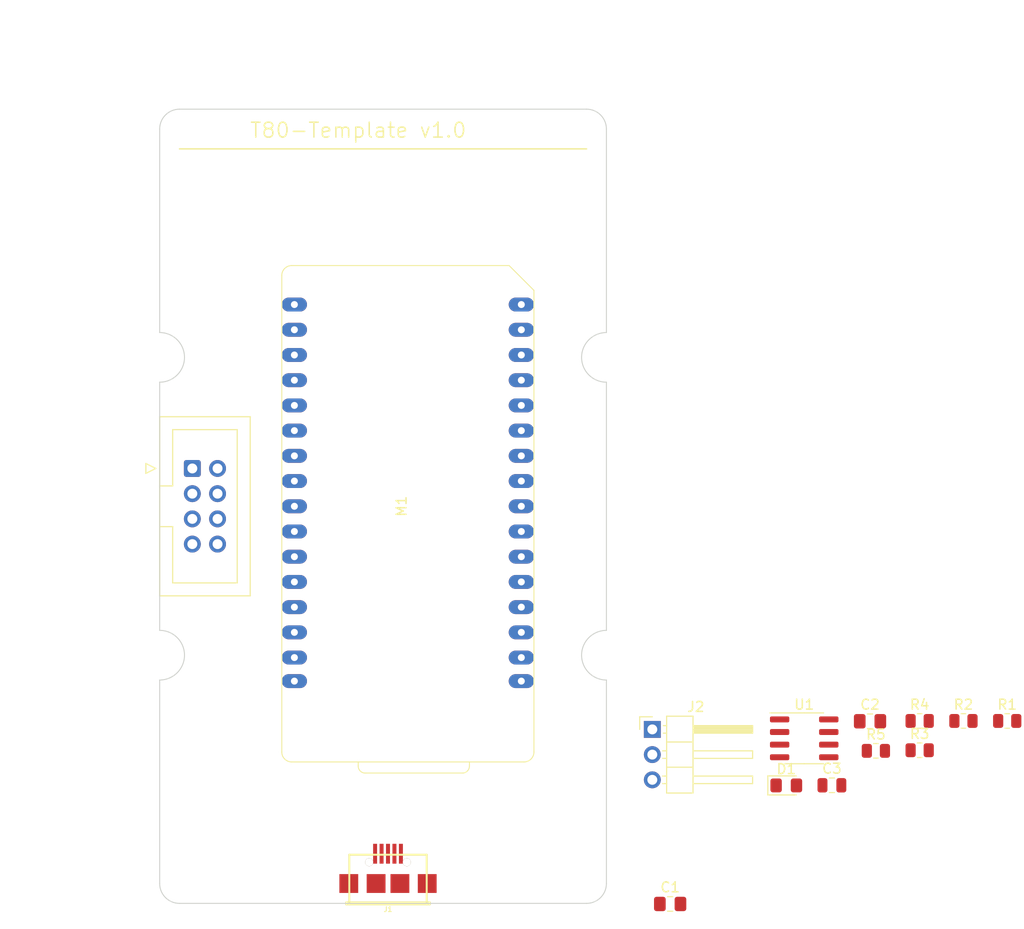
<source format=kicad_pcb>
(kicad_pcb (version 20220914) (generator pcbnew)
  (layers (0 "F.Cu" signal) (31 "B.Cu" signal) (34 "B.Paste" user) (35 "F.Paste" user) (36 "B.SilkS" user "B.Silkscreen") (37 "F.SilkS" user "F.Silkscreen") (38 "B.Mask" user) (39 "F.Mask" user) (44 "Edge.Cuts" user))
  (net 0 "")
  (net 1 "Net-(J1-VBUS)")
  (net 2 "Net-(U1-V3)")
  (net 3 "+3V3")
  (net 4 "GND")
  (net 5 "/RST")
  (net 6 "Net-(D1-K)")
  (net 7 "+5V")
  (net 8 "Net-(J1-D-)")
  (net 9 "Net-(J1-D+)")
  (net 11 "/MY_TXD")
  (net 12 "/MY_RXD")
  (net 26 "/SCL")
  (net 27 "/SDA")
  (net 28 "/IRQ")
  (footprint "LED_SMD:LED_0805_2012Metric_Pad1.15x1.40mm_HandSolder" (layer "F.Cu") (at 148.12 128.12)
    (fp_text reference "D1" (at 0 -1.65) (layer "F.SilkS"))
    (fp_text value "RED")
    (fp_line (start -1.86 -0.96) (end -1.86 0.96) (stroke (width 0.12)) (layer "F.SilkS"))
    (fp_line (start -1.86 0.96) (end 1 0.96) (stroke (width 0.12)) (layer "F.SilkS"))
    (fp_line (start 1 -0.96) (end -1.86 -0.96) (stroke (width 0.12)) (layer "F.SilkS"))
    (pad "1" smd roundrect (at -1.025 0) (size 1.15 1.4) (layers "F.Cu" "F.Paste" "F.Mask") (roundrect_rratio 0.217391) (net 6 "Net-(D1-K)"))
    (pad "2" smd roundrect (at 1.025 0) (size 1.15 1.4) (layers "F.Cu" "F.Paste" "F.Mask") (roundrect_rratio 0.217391) (net 3 "+3V3"))
  )
  (footprint "Capacitor_SMD:C_0805_2012Metric_Pad1.18x1.45mm_HandSolder" (layer "F.Cu") (at 136.42161 140.06)
    (fp_text reference "C1" (at 0 -1.68) (layer "F.SilkS"))
    (fp_text value "100n")
    (fp_line (start -0.261252 -0.735) (end 0.261252 -0.735) (stroke (width 0.12)) (layer "F.SilkS"))
    (fp_line (start -0.261252 0.735) (end 0.261252 0.735) (stroke (width 0.12)) (layer "F.SilkS"))
    (pad "1" smd roundrect (at -1.0375 0) (size 1.175 1.45) (layers "F.Cu" "F.Paste" "F.Mask") (roundrect_rratio 0.212766) (net 1 "Net-(J1-VBUS)"))
    (pad "2" smd roundrect (at 1.0375 0) (size 1.175 1.45) (layers "F.Cu" "F.Paste" "F.Mask") (roundrect_rratio 0.212766) (net 4 "GND"))
  )
  (footprint "Resistor_SMD:R_0805_2012Metric" (layer "F.Cu") (at 157.145 124.635)
    (fp_text reference "R5" (at 0 -1.65) (layer "F.SilkS"))
    (fp_text value "270R")
    (fp_line (start -0.227064 -0.735) (end 0.227064 -0.735) (stroke (width 0.12)) (layer "F.SilkS"))
    (fp_line (start -0.227064 0.735) (end 0.227064 0.735) (stroke (width 0.12)) (layer "F.SilkS"))
    (pad "1" smd roundrect (at -0.9125 0) (size 1.025 1.4) (layers "F.Cu" "F.Paste" "F.Mask") (roundrect_rratio 0.243902) (net 28 "/IRQ"))
    (pad "2" smd roundrect (at 0.9125 0) (size 1.025 1.4) (layers "F.Cu" "F.Paste" "F.Mask") (roundrect_rratio 0.243902) (net 6 "Net-(D1-K)"))
  )
  (footprint "Connector_IDC:IDC-Header_2x04_P2.54mm_Vertical" (layer "F.Cu") (at 88.29 96.19)
    (fp_text reference "X1" hide)
    (fp_text value "~")
    (fp_line (start -4.68 -0.5) (end -4.68 0.5) (stroke (width 0.12)) (layer "F.SilkS"))
    (fp_line (start -4.68 0.5) (end -3.68 0) (stroke (width 0.12)) (layer "F.SilkS"))
    (fp_line (start -3.68 0) (end -4.68 -0.5) (stroke (width 0.12)) (layer "F.SilkS"))
    (fp_line (start -3.29 -5.21) (end 5.83 -5.21) (stroke (width 0.12)) (layer "F.SilkS"))
    (fp_line (start -3.29 1.76) (end -1.98 1.76) (stroke (width 0.12)) (layer "F.SilkS"))
    (fp_line (start -3.29 12.83) (end -3.29 -5.21) (stroke (width 0.12)) (layer "F.SilkS"))
    (fp_line (start -1.98 -3.91) (end 4.52 -3.91) (stroke (width 0.12)) (layer "F.SilkS"))
    (fp_line (start -1.98 1.76) (end -1.98 -3.91) (stroke (width 0.12)) (layer "F.SilkS"))
    (fp_line (start -1.98 5.86) (end -3.29 5.86) (stroke (width 0.12)) (layer "F.SilkS"))
    (fp_line (start -1.98 5.86) (end -1.98 5.86) (stroke (width 0.12)) (layer "F.SilkS"))
    (fp_line (start -1.98 11.53) (end -1.98 5.86) (stroke (width 0.12)) (layer "F.SilkS"))
    (fp_line (start 4.52 -3.91) (end 4.52 11.53) (stroke (width 0.12)) (layer "F.SilkS"))
    (fp_line (start 4.52 11.53) (end -1.98 11.53) (stroke (width 0.12)) (layer "F.SilkS"))
    (fp_line (start 5.83 -5.21) (end 5.83 12.83) (stroke (width 0.12)) (layer "F.SilkS"))
    (fp_line (start 5.83 12.83) (end -3.29 12.83) (stroke (width 0.12)) (layer "F.SilkS"))
    (pad "1" thru_hole roundrect (at 0 0) (size 1.7 1.7) (drill 1) (layers *.Cu *.Mask) (roundrect_rratio 0.147059) (net 4 "GND"))
    (pad "2" thru_hole circle (at 2.54 0) (size 1.7 1.7) (drill 1) (layers *.Cu *.Mask) (net 26 "/SCL"))
    (pad "3" thru_hole circle (at 0 2.54) (size 1.7 1.7) (drill 1) (layers *.Cu *.Mask) (net 27 "/SDA"))
    (pad "4" thru_hole circle (at 2.54 2.54) (size 1.7 1.7) (drill 1) (layers *.Cu *.Mask) (net 3 "+3V3"))
    (pad "5" thru_hole circle (at 0 5.08) (size 1.7 1.7) (drill 1) (layers *.Cu *.Mask) (net 5 "/RST"))
    (pad "6" thru_hole circle (at 2.54 5.08) (size 1.7 1.7) (drill 1) (layers *.Cu *.Mask) (net 28 "/IRQ"))
    (pad "7" thru_hole circle (at 0 7.62) (size 1.7 1.7) (drill 1) (layers *.Cu *.Mask) (net 4 "GND"))
    (pad "8" thru_hole circle (at 2.54 7.62) (size 1.7 1.7) (drill 1) (layers *.Cu *.Mask) (net 7 "+5V"))
  )
  (footprint "Resistor_SMD:R_0805_2012Metric" (layer "F.Cu") (at 161.555 121.625)
    (fp_text reference "R4" (at 0 -1.65) (layer "F.SilkS"))
    (fp_text value "1K5")
    (fp_line (start -0.227064 -0.735) (end 0.227064 -0.735) (stroke (width 0.12)) (layer "F.SilkS"))
    (fp_line (start -0.227064 0.735) (end 0.227064 0.735) (stroke (width 0.12)) (layer "F.SilkS"))
    (pad "1" smd roundrect (at -0.9125 0) (size 1.025 1.4) (layers "F.Cu" "F.Paste" "F.Mask") (roundrect_rratio 0.243902) (net 5 "/RST"))
    (pad "2" smd roundrect (at 0.9125 0) (size 1.025 1.4) (layers "F.Cu" "F.Paste" "F.Mask") (roundrect_rratio 0.243902) (net 3 "+3V3"))
  )
  (footprint "Connector_PinHeader_2.54mm:PinHeader_1x03_P2.54mm_Horizontal" (layer "F.Cu") (at 134.625 122.475)
    (fp_text reference "J2" (at 4.385 -2.27) (layer "F.SilkS"))
    (fp_text value "UART")
    (fp_line (start -1.27 -1.27) (end 0 -1.27) (stroke (width 0.12)) (layer "F.SilkS"))
    (fp_line (start -1.27 0) (end -1.27 -1.27) (stroke (width 0.12)) (layer "F.SilkS"))
    (fp_line (start 1.042929 2.16) (end 1.44 2.16) (stroke (width 0.12)) (layer "F.SilkS"))
    (fp_line (start 1.042929 2.92) (end 1.44 2.92) (stroke (width 0.12)) (layer "F.SilkS"))
    (fp_line (start 1.042929 4.7) (end 1.44 4.7) (stroke (width 0.12)) (layer "F.SilkS"))
    (fp_line (start 1.042929 5.46) (end 1.44 5.46) (stroke (width 0.12)) (layer "F.SilkS"))
    (fp_line (start 1.11 -0.38) (end 1.44 -0.38) (stroke (width 0.12)) (layer "F.SilkS"))
    (fp_line (start 1.11 0.38) (end 1.44 0.38) (stroke (width 0.12)) (layer "F.SilkS"))
    (fp_line (start 1.44 -1.33) (end 1.44 6.41) (stroke (width 0.12)) (layer "F.SilkS"))
    (fp_line (start 1.44 1.27) (end 4.1 1.27) (stroke (width 0.12)) (layer "F.SilkS"))
    (fp_line (start 1.44 3.81) (end 4.1 3.81) (stroke (width 0.12)) (layer "F.SilkS"))
    (fp_line (start 1.44 6.41) (end 4.1 6.41) (stroke (width 0.12)) (layer "F.SilkS"))
    (fp_line (start 4.1 -1.33) (end 1.44 -1.33) (stroke (width 0.12)) (layer "F.SilkS"))
    (fp_line (start 4.1 -0.38) (end 10.1 -0.38) (stroke (width 0.12)) (layer "F.SilkS"))
    (fp_line (start 4.1 -0.32) (end 10.1 -0.32) (stroke (width 0.12)) (layer "F.SilkS"))
    (fp_line (start 4.1 -0.2) (end 10.1 -0.2) (stroke (width 0.12)) (layer "F.SilkS"))
    (fp_line (start 4.1 -0.08) (end 10.1 -0.08) (stroke (width 0.12)) (layer "F.SilkS"))
    (fp_line (start 4.1 0.04) (end 10.1 0.04) (stroke (width 0.12)) (layer "F.SilkS"))
    (fp_line (start 4.1 0.16) (end 10.1 0.16) (stroke (width 0.12)) (layer "F.SilkS"))
    (fp_line (start 4.1 0.28) (end 10.1 0.28) (stroke (width 0.12)) (layer "F.SilkS"))
    (fp_line (start 4.1 2.16) (end 10.1 2.16) (stroke (width 0.12)) (layer "F.SilkS"))
    (fp_line (start 4.1 4.7) (end 10.1 4.7) (stroke (width 0.12)) (layer "F.SilkS"))
    (fp_line (start 4.1 6.41) (end 4.1 -1.33) (stroke (width 0.12)) (layer "F.SilkS"))
    (fp_line (start 10.1 -0.38) (end 10.1 0.38) (stroke (width 0.12)) (layer "F.SilkS"))
    (fp_line (start 10.1 0.38) (end 4.1 0.38) (stroke (width 0.12)) (layer "F.SilkS"))
    (fp_line (start 10.1 2.16) (end 10.1 2.92) (stroke (width 0.12)) (layer "F.SilkS"))
    (fp_line (start 10.1 2.92) (end 4.1 2.92) (stroke (width 0.12)) (layer "F.SilkS"))
    (fp_line (start 10.1 4.7) (end 10.1 5.46) (stroke (width 0.12)) (layer "F.SilkS"))
    (fp_line (start 10.1 5.46) (end 4.1 5.46) (stroke (width 0.12)) (layer "F.SilkS"))
    (pad "1" thru_hole rect (at 0 0) (size 1.7 1.7) (drill 1) (layers *.Cu *.Mask) (net 4 "GND"))
    (pad "2" thru_hole oval (at 0 2.54) (size 1.7 1.7) (drill 1) (layers *.Cu *.Mask) (net 11 "/MY_TXD"))
    (pad "3" thru_hole oval (at 0 5.08) (size 1.7 1.7) (drill 1) (layers *.Cu *.Mask) (net 12 "/MY_RXD"))
  )
  (footprint "Package_SO:SOIC-8_3.9x4.9mm_P1.27mm" (layer "F.Cu") (at 149.925 123.375)
    (fp_text reference "U1" (at 0 -3.4) (layer "F.SilkS"))
    (fp_text value "CH330N")
    (fp_line (start 0 -2.56) (end -3.45 -2.56) (stroke (width 0.12)) (layer "F.SilkS"))
    (fp_line (start 0 -2.56) (end 1.95 -2.56) (stroke (width 0.12)) (layer "F.SilkS"))
    (fp_line (start 0 2.56) (end -1.95 2.56) (stroke (width 0.12)) (layer "F.SilkS"))
    (fp_line (start 0 2.56) (end 1.95 2.56) (stroke (width 0.12)) (layer "F.SilkS"))
    (pad "1" smd roundrect (at -2.475 -1.905) (size 1.95 0.6) (layers "F.Cu" "F.Paste" "F.Mask") (net 9 "Net-(J1-D+)"))
    (pad "2" smd roundrect (at -2.475 -0.635) (size 1.95 0.6) (layers "F.Cu" "F.Paste" "F.Mask") (net 8 "Net-(J1-D-)"))
    (pad "3" smd roundrect (at -2.475 0.635) (size 1.95 0.6) (layers "F.Cu" "F.Paste" "F.Mask") (net 4 "GND"))
    (pad "4" smd roundrect (at -2.475 1.905) (size 1.95 0.6) (layers "F.Cu" "F.Paste" "F.Mask"))
    (pad "5" smd roundrect (at 2.475 1.905) (size 1.95 0.6) (layers "F.Cu" "F.Paste" "F.Mask") (net 1 "Net-(J1-VBUS)"))
    (pad "6" smd roundrect (at 2.475 0.635) (size 1.95 0.6) (layers "F.Cu" "F.Paste" "F.Mask") (net 12 "/MY_RXD"))
    (pad "7" smd roundrect (at 2.475 -0.635) (size 1.95 0.6) (layers "F.Cu" "F.Paste" "F.Mask") (net 11 "/MY_TXD"))
    (pad "8" smd roundrect (at 2.475 -1.905) (size 1.95 0.6) (layers "F.Cu" "F.Paste" "F.Mask") (net 2 "Net-(U1-V3)"))
  )
  (footprint "Capacitor_SMD:C_0805_2012Metric_Pad1.18x1.45mm_HandSolder" (layer "F.Cu") (at 156.555 121.655)
    (fp_text reference "C2" (at 0 -1.68) (layer "F.SilkS"))
    (fp_text value "100n")
    (fp_line (start -0.261252 -0.735) (end 0.261252 -0.735) (stroke (width 0.12)) (layer "F.SilkS"))
    (fp_line (start -0.261252 0.735) (end 0.261252 0.735) (stroke (width 0.12)) (layer "F.SilkS"))
    (pad "1" smd roundrect (at -1.0375 0) (size 1.175 1.45) (layers "F.Cu" "F.Paste" "F.Mask") (roundrect_rratio 0.212766) (net 2 "Net-(U1-V3)"))
    (pad "2" smd roundrect (at 1.0375 0) (size 1.175 1.45) (layers "F.Cu" "F.Paste" "F.Mask") (roundrect_rratio 0.212766) (net 4 "GND"))
  )
  (footprint "Resistor_SMD:R_0805_2012Metric" (layer "F.Cu") (at 165.965 121.625)
    (fp_text reference "R2" (at 0 -1.65) (layer "F.SilkS"))
    (fp_text value "1K5")
    (fp_line (start -0.227064 -0.735) (end 0.227064 -0.735) (stroke (width 0.12)) (layer "F.SilkS"))
    (fp_line (start -0.227064 0.735) (end 0.227064 0.735) (stroke (width 0.12)) (layer "F.SilkS"))
    (pad "1" smd roundrect (at -0.9125 0) (size 1.025 1.4) (layers "F.Cu" "F.Paste" "F.Mask") (roundrect_rratio 0.243902) (net 27 "/SDA"))
    (pad "2" smd roundrect (at 0.9125 0) (size 1.025 1.4) (layers "F.Cu" "F.Paste" "F.Mask") (roundrect_rratio 0.243902) (net 3 "+3V3"))
  )
  (footprint "Drake:conn_usb_B_micro_smd-2" (layer "F.Cu") (at 108 138)
    (fp_text reference "J1" (at 0 2.60096) (layer "F.SilkS") (effects (font (size 0.50038 0.50038) (thickness 0.09906))))
    (fp_text value "USB_B_Micro" hide)
    (fp_line (start -4.20116 1.89992) (end -4.20116 2.10058) (stroke (width 0.20066)) (layer "F.SilkS"))
    (fp_line (start -4.20116 1.99898) (end 4.20116 1.99898) (stroke (width 0.20066)) (layer "F.SilkS"))
    (fp_line (start -4.20116 2.10058) (end 4.20116 2.10058) (stroke (width 0.20066)) (layer "F.SilkS"))
    (fp_line (start -3.8989 -2.90068) (end 3.8989 -2.90068) (stroke (width 0.20066)) (layer "F.SilkS"))
    (fp_line (start -3.8989 2.10058) (end -3.8989 -2.90068) (stroke (width 0.20066)) (layer "F.SilkS"))
    (fp_line (start 3.8989 -2.90068) (end 3.8989 2.10058) (stroke (width 0.20066)) (layer "F.SilkS"))
    (fp_line (start 4.20116 1.89992) (end -4.20116 1.89992) (stroke (width 0.20066)) (layer "F.SilkS"))
    (fp_line (start 4.20116 2.10058) (end 4.20116 1.89992) (stroke (width 0.20066)) (layer "F.SilkS"))
    (pad "1" thru_hole circle (at -1.89992 -2.14884) (size 0.79756 0.79756) (drill 0.79756) (layers *.Cu *.Mask "F.SilkS") (net 1 "Net-(J1-VBUS)"))
    (pad "1" smd rect (at -1.30048 -3) (size 0.39878 2) (layers "F.Cu" "F.Paste" "F.Mask") (net 1 "Net-(J1-VBUS)"))
    (pad "2" smd rect (at -0.6477 -3) (size 0.39878 2) (layers "F.Cu" "F.Paste" "F.Mask") (net 8 "Net-(J1-D-)"))
    (pad "3" smd rect (at 0 -3) (size 0.39878 2) (layers "F.Cu" "F.Paste" "F.Mask") (net 9 "Net-(J1-D+)"))
    (pad "4" smd rect (at 0.6477 -3) (size 0.39878 2) (layers "F.Cu" "F.Paste" "F.Mask"))
    (pad "5" smd rect (at 1.30048 -3) (size 0.39878 2) (layers "F.Cu" "F.Paste" "F.Mask") (net 4 "GND"))
    (pad "5" thru_hole circle (at 1.89738 -2.1463) (size 0.79756 0.79756) (drill 0.79756) (layers *.Cu *.Mask "F.SilkS") (net 4 "GND"))
    (pad "6" smd rect (at -3.9497 0) (size 1.89738 1.89738) (layers "F.Cu" "F.Paste" "F.Mask") (net 4 "GND"))
    (pad "6" smd rect (at -1.19888 0) (size 1.89738 1.89738) (layers "F.Cu" "F.Paste" "F.Mask") (net 4 "GND"))
    (pad "6" smd rect (at 1.19888 0) (size 1.89738 1.89738) (layers "F.Cu" "F.Paste" "F.Mask") (net 4 "GND"))
    (pad "6" smd rect (at 3.9497 0) (size 1.89738 1.89738) (layers "F.Cu" "F.Paste" "F.Mask") (net 4 "GND"))
  )
  (footprint "Resistor_SMD:R_0805_2012Metric" (layer "F.Cu") (at 161.555 124.575)
    (fp_text reference "R3" (at 0 -1.65) (layer "F.SilkS"))
    (fp_text value "1K5")
    (fp_line (start -0.227064 -0.735) (end 0.227064 -0.735) (stroke (width 0.12)) (layer "F.SilkS"))
    (fp_line (start -0.227064 0.735) (end 0.227064 0.735) (stroke (width 0.12)) (layer "F.SilkS"))
    (pad "1" smd roundrect (at -0.9125 0) (size 1.025 1.4) (layers "F.Cu" "F.Paste" "F.Mask") (roundrect_rratio 0.243902) (net 28 "/IRQ"))
    (pad "2" smd roundrect (at 0.9125 0) (size 1.025 1.4) (layers "F.Cu" "F.Paste" "F.Mask") (roundrect_rratio 0.243902) (net 3 "+3V3"))
  )
  (footprint "Drake:NanoPi-Duo" (layer "F.Cu") (at 110 100 90)
    (fp_text reference "M1" (at 0 -0.639752 90) (layer "F.SilkS"))
    (fp_text value "NanoPi-Duo")
    (fp_line (start -26.872878 5.499988) (end -26.872878 -4.29999) (stroke (width 0.1)) (layer "F.SilkS"))
    (fp_line (start -26.172878 -4.99999) (end -25.75289 -4.99999) (stroke (width 0.1)) (layer "F.SilkS"))
    (fp_line (start -26.172878 6.199988) (end -25.75289 6.199988) (stroke (width 0.1)) (layer "F.SilkS"))
    (fp_line (start -25.75289 -11.700002) (end -25.75289 11.700002) (stroke (width 0.1)) (layer "F.SilkS"))
    (fp_line (start -24.752892 12.7) (end 21.747117 12.7) (stroke (width 0.1)) (layer "F.SilkS"))
    (fp_line (start 21.747117 12.7) (end 24.247112 10.200005) (stroke (width 0.1)) (layer "F.SilkS"))
    (fp_line (start 23.247114 -12.7) (end -24.752892 -12.7) (stroke (width 0.1)) (layer "F.SilkS"))
    (fp_line (start 24.247112 10.200005) (end 24.247112 -11.700002) (stroke (width 0.1)) (layer "F.SilkS"))
    (fp_arc (start -26.872878 -4.29999) (mid -26.667853 -4.794965) (end -26.172878 -4.99999) (stroke (width 0.1)) (layer "F.SilkS"))
    (fp_arc (start -26.172878 6.199988) (mid -26.667853 5.994963) (end -26.872878 5.499988) (stroke (width 0.1)) (layer "F.SilkS"))
    (fp_arc (start -25.75289 -11.700002) (mid -25.459996 -12.407106) (end -24.752892 -12.7) (stroke (width 0.1)) (layer "F.SilkS"))
    (fp_arc (start -24.752892 12.7) (mid -25.459996 12.407106) (end -25.75289 11.700002) (stroke (width 0.1)) (layer "F.SilkS"))
    (fp_arc (start 23.247114 -12.7) (mid 23.954211 -12.407103) (end 24.247112 -11.700002) (stroke (width 0.1)) (layer "F.SilkS"))
    (pad "1" thru_hole oval (at 20.32 11.43 90) (size 1.4 2.54) (drill 0.7) (layers *.Cu *.Mask))
    (pad "2" thru_hole oval (at 17.78 11.43 90) (size 1.4 2.54) (drill 0.7) (layers *.Cu *.Mask))
    (pad "3" thru_hole oval (at 15.24 11.43 90) (size 1.4 2.54) (drill 0.7) (layers *.Cu *.Mask))
    (pad "4" thru_hole oval (at 12.7 11.43 90) (size 1.4 2.54) (drill 0.7) (layers *.Cu *.Mask))
    (pad "5" thru_hole oval (at 10.16 11.43 90) (size 1.4 2.54) (drill 0.7) (layers *.Cu *.Mask))
    (pad "6" thru_hole oval (at 7.62 11.43 90) (size 1.4 2.54) (drill 0.7) (layers *.Cu *.Mask))
    (pad "7" thru_hole oval (at 5.08 11.43 90) (size 1.4 2.54) (drill 0.7) (layers *.Cu *.Mask))
    (pad "8" thru_hole oval (at 2.54 11.43 90) (size 1.4 2.54) (drill 0.7) (layers *.Cu *.Mask))
    (pad "9" thru_hole oval (at 0 11.43 90) (size 1.4 2.54) (drill 0.7) (layers *.Cu *.Mask))
    (pad "10" thru_hole oval (at -2.54 11.43 90) (size 1.4 2.54) (drill 0.7) (layers *.Cu *.Mask))
    (pad "11" thru_hole oval (at -5.08 11.43 90) (size 1.4 2.54) (drill 0.7) (layers *.Cu *.Mask))
    (pad "12" thru_hole oval (at -7.62 11.43 90) (size 1.4 2.54) (drill 0.7) (layers *.Cu *.Mask))
    (pad "13" thru_hole oval (at -10.16 11.43 90) (size 1.4 2.54) (drill 0.7) (layers *.Cu *.Mask) (net 4 "GND"))
    (pad "14" thru_hole oval (at -12.7 11.43 90) (size 1.4 2.54) (drill 0.7) (layers *.Cu *.Mask))
    (pad "15" thru_hole oval (at -15.24 11.43 90) (size 1.4 2.54) (drill 0.7) (layers *.Cu *.Mask) (net 7 "+5V"))
    (pad "16" thru_hole oval (at -17.612088 11.43 90) (size 1.4 2.54) (drill 0.7) (layers *.Cu *.Mask) (net 7 "+5V"))
    (pad "17" thru_hole oval (at -17.612088 -11.43 90) (size 1.4 2.54) (drill 0.7) (layers *.Cu *.Mask) (net 12 "/MY_RXD"))
    (pad "18" thru_hole oval (at -15.24 -11.43 90) (size 1.4 2.54) (drill 0.7) (layers *.Cu *.Mask) (net 11 "/MY_TXD"))
    (pad "19" thru_hole oval (at -12.7 -11.43 90) (size 1.4 2.54) (drill 0.7) (layers *.Cu *.Mask) (net 4 "GND"))
    (pad "20" thru_hole oval (at -10.16 -11.43 90) (size 1.4 2.54) (drill 0.7) (layers *.Cu *.Mask) (net 26 "/SCL"))
    (pad "21" thru_hole oval (at -7.62 -11.43 90) (size 1.4 2.54) (drill 0.7) (layers *.Cu *.Mask) (net 27 "/SDA"))
    (pad "22" thru_hole oval (at -5.08 -11.43 90) (size 1.4 2.54) (drill 0.7) (layers *.Cu *.Mask) (net 5 "/RST"))
    (pad "23" thru_hole oval (at -2.54 -11.43 90) (size 1.4 2.54) (drill 0.7) (layers *.Cu *.Mask) (net 28 "/IRQ"))
    (pad "24" thru_hole oval (at 0 -11.43 90) (size 1.4 2.54) (drill 0.7) (layers *.Cu *.Mask))
    (pad "25" thru_hole oval (at 2.54 -11.43 90) (size 1.4 2.54) (drill 0.7) (layers *.Cu *.Mask))
    (pad "26" thru_hole oval (at 5.08 -11.43 90) (size 1.4 2.54) (drill 0.7) (layers *.Cu *.Mask))
    (pad "27" thru_hole oval (at 7.62 -11.43 90) (size 1.4 2.54) (drill 0.7) (layers *.Cu *.Mask))
    (pad "28" thru_hole oval (at 10.16 -11.43 90) (size 1.4 2.54) (drill 0.7) (layers *.Cu *.Mask))
    (pad "29" thru_hole oval (at 12.7 -11.43 90) (size 1.4 2.54) (drill 0.7) (layers *.Cu *.Mask))
    (pad "30" thru_hole oval (at 15.24 -11.43 90) (size 1.4 2.54) (drill 0.7) (layers *.Cu *.Mask))
    (pad "31" thru_hole oval (at 17.78 -11.43 90) (size 1.4 2.54) (drill 0.7) (layers *.Cu *.Mask))
    (pad "32" thru_hole oval (at 20.32 -11.43 90) (size 1.4 2.54) (drill 0.7) (layers *.Cu *.Mask))
  )
  (footprint "Resistor_SMD:R_0805_2012Metric" (layer "F.Cu") (at 170.375 121.625)
    (fp_text reference "R1" (at 0 -1.65) (layer "F.SilkS"))
    (fp_text value "1K5")
    (fp_line (start -0.227064 -0.735) (end 0.227064 -0.735) (stroke (width 0.12)) (layer "F.SilkS"))
    (fp_line (start -0.227064 0.735) (end 0.227064 0.735) (stroke (width 0.12)) (layer "F.SilkS"))
    (pad "1" smd roundrect (at -0.9125 0) (size 1.025 1.4) (layers "F.Cu" "F.Paste" "F.Mask") (roundrect_rratio 0.243902) (net 26 "/SCL"))
    (pad "2" smd roundrect (at 0.9125 0) (size 1.025 1.4) (layers "F.Cu" "F.Paste" "F.Mask") (roundrect_rratio 0.243902) (net 3 "+3V3"))
  )
  (footprint "Capacitor_SMD:C_0805_2012Metric" (layer "F.Cu") (at 152.715 128.105)
    (fp_text reference "C3" (at 0 -1.68) (layer "F.SilkS"))
    (fp_text value "100n")
    (fp_line (start -0.261252 -0.735) (end 0.261252 -0.735) (stroke (width 0.12)) (layer "F.SilkS"))
    (fp_line (start -0.261252 0.735) (end 0.261252 0.735) (stroke (width 0.12)) (layer "F.SilkS"))
    (pad "1" smd roundrect (at -0.95 0) (size 1 1.45) (layers "F.Cu" "F.Paste" "F.Mask") (net 4 "GND"))
    (pad "2" smd roundrect (at 0.95 0) (size 1 1.45) (layers "F.Cu" "F.Paste" "F.Mask") (net 5 "/RST"))
  )
  (gr_line (start 128 64) (end 87 64) (stroke (width 0.15)) (layer "F.SilkS"))
  (gr_line (start 85 62) (end 85 82.5) (stroke (width 0.1)) (layer "Edge.Cuts"))
  (gr_line (start 130 62) (end 130 82.5) (stroke (width 0.1)) (layer "Edge.Cuts"))
  (gr_line (start 130 117.5) (end 130 138) (stroke (width 0.1)) (layer "Edge.Cuts"))
  (gr_arc (start 128 60) (mid 129.414214 60.585786) (end 130 62) (stroke (width 0.1)) (layer "Edge.Cuts"))
  (gr_arc (start 85 62) (mid 85.585786 60.585786) (end 87 60) (stroke (width 0.1)) (layer "Edge.Cuts"))
  (gr_line (start 130 87.5) (end 130 112.5) (stroke (width 0.1)) (layer "Edge.Cuts"))
  (gr_line (start 87 140) (end 128 140) (stroke (width 0.1)) (layer "Edge.Cuts"))
  (gr_arc (start 85 112.5) (mid 87.5 115) (end 85 117.5) (stroke (width 0.1)) (layer "Edge.Cuts"))
  (gr_arc (start 87 140) (mid 85.585786 139.414214) (end 85 138) (stroke (width 0.1)) (layer "Edge.Cuts"))
  (gr_line (start 85 117.5) (end 85 138) (stroke (width 0.1)) (layer "Edge.Cuts"))
  (gr_arc (start 130 117.5) (mid 127.5 115) (end 130 112.5) (stroke (width 0.1)) (layer "Edge.Cuts"))
  (gr_arc (start 85 82.5) (mid 87.5 85) (end 85 87.5) (stroke (width 0.1)) (layer "Edge.Cuts"))
  (gr_arc (start 130 87.5) (mid 127.5 85) (end 130 82.5) (stroke (width 0.1)) (layer "Edge.Cuts"))
  (gr_line (start 85 87.5) (end 85 112.5) (stroke (width 0.1)) (layer "Edge.Cuts"))
  (gr_line (start 87 60) (end 128 60) (stroke (width 0.1)) (layer "Edge.Cuts"))
  (gr_arc (start 130 138) (mid 129.414214 139.414214) (end 128 140) (stroke (width 0.1)) (layer "Edge.Cuts"))
  (gr_text "T80-Template v1.0" (at 105 63) (layer "F.SilkS") (effects (font (size 1.5 1.5)) (justify bottom)))
)
</source>
